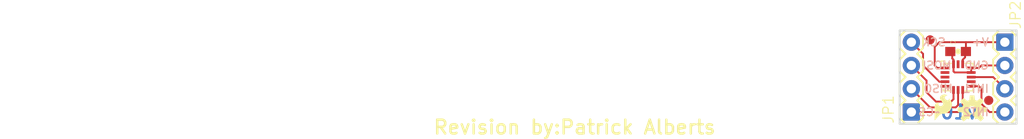
<source format=kicad_pcb>
(kicad_pcb (version 20211014) (generator pcbnew)
  (layers (0 "F.Cu" signal) (31 "B.Cu" signal) (34 "B.Paste" user) (35 "F.Paste" user) (36 "B.SilkS" user "B.Silkscreen") (37 "F.SilkS" user "F.Silkscreen") (38 "B.Mask" user) (39 "F.Mask" user) (44 "Edge.Cuts" user))
  (net 0 "")
  (net 1 "N$1")
  (net 2 "N$2")
  (net 3 "N$3")
  (net 4 "N$4")
  (net 5 "3.3V")
  (net 6 "N$7")
  (net 7 "N$8")
  (net 8 "GND")
  (footprint "boardEagle:0603-CAP" (layer "F.Cu") (at 148.5011 102.2096)
    (fp_text reference "C1" (at -0.889 -0.762) (layer "F.SilkS") (effects (font (size 0.373888 0.373888) (thickness 0.032512)) (justify left bottom)))
    (fp_text value ".1uF")
    (fp_line (start 0 -0.0305) (end 0 0.0305) (layer "F.SilkS") (width 0.5588))
    (pad "1" smd rect (at -0.85 0) (size 1.1 1) (layers "F.Cu" "F.Paste" "F.Mask") (net 8 "GND"))
    (pad "2" smd rect (at 0.85 0) (size 1.1 1) (layers "F.Cu" "F.Paste" "F.Mask") (net 5 "3.3V"))
  )
  (footprint "boardEagle:SFE-LOGO-FLAME" (layer "F.Cu") (at 145.9611 109.7026)
    (fp_text reference "JP3" hide)
    (fp_text value "LOGO-SFESK" hide)
    (fp_poly (pts (xy 1.126002 -2.808203) (xy 1.215449 -2.785829) (xy 1.228477 -2.780783) (xy 1.240149 -2.774875) (xy 1.25686 -2.766576) (xy 1.275552 -2.759834) (xy 1.371694 -2.7026) (xy 1.3793 -2.7026) (xy 1.3793 -2.6772) (xy 1.306833 -2.6772) (xy 1.208418 -2.657914) (xy 1.074855 -2.495286) (xy 1.079365 -2.436825) (xy 1.12809 -2.341869) (xy 1.204666 -2.265196) (xy 1.294069 -2.200638) (xy 1.369348 -2.168824) (xy 1.450737 -2.171632) (xy 1.458864 -2.174186) (xy 1.466257 -2.177389) (xy 1.530514 -2.236956) (xy 1.5368 -2.259812) (xy 1.5368 -2.377938) (xy 1.763707 -2.148127) (xy 1.868186 -1.856841) (xy 1.871603 -1.856894) (xy 1.87806 -1.650435) (xy 1.848857 -1.45742) (xy 1.785308 -1.272842) (xy 1.6663 -1.061578) (xy 1.6663 -1.080581) (xy 1.378131 -0.80901) (xy 0.982239 -0.6985) (xy 0.753005 -0.6985) (xy 0.716201 -0.692046) (xy 0.681776 -0.679592) (xy 0.496322 -0.541784) (xy -0.0126 0.03091) (xy -0.0126 -1.52077) (xy 0.060004 -1.761967) (xy 0.168295 -1.865489) (xy 0.307122 -1.917522) (xy 0.4039 -1.925089) (xy 0.499384 -1.917623) (xy 0.55991 -1.908099) (xy 0.557788 -1.884433) (xy 0.522216 -1.885242) (xy 0.501784 -1.876141) (xy 0.420519 -1.817154) (xy 0.400722 -1.79067) (xy 0.390395 -1.7285) (xy 0.400905 -1.665229) (xy 0.421405 -1.625174) (xy 0.452343 -1.592685) (xy 0.546535 -1.54355) (xy 0.652229 -1.531742) (xy 0.742768 -1.550084) (xy 0.82422 -1.589656) (xy 0.92203 -1.754659) (xy 0.907706 -1.848844) (xy 0.850914 -1.930401) (xy 0.584707 -2.263237) (xy 0.561667 -2.510855) (xy 0.627495 -2.621556) (xy 0.629042 -2.623103) (xy 0.778901 -2.74712) (xy 1.032676 -2.817064)) (layer "F.SilkS") (width 0) (fill solid))
  )
  (footprint "boardEagle:OSHW-LOGO-S" (layer "F.Cu") (at 150.0251 108.5596)
    (fp_text reference "U$1" hide)
    (fp_text value "OSHW-LOGOS" hide)
    (fp_poly (pts (xy 0.301647 -1.061351) (xy 0.42347 -1.022344) (xy 0.537177 -0.963769) (xy 0.92862 -1.282946) (xy 1.282946 -0.92862) (xy 0.961035 -0.533823) (xy 1.057046 -0.302084) (xy 1.5638 -0.250561) (xy 1.5638 0.250561) (xy 1.057046 0.302084) (xy 0.961035 0.533823) (xy 1.282946 0.92862) (xy 0.92862 1.282946) (xy 0.537177 0.96377) (xy 0.356601 1.056794) (xy 0.088679 0.410073) (xy 0.326262 0.2176) (xy 0.373649 0.121468) (xy 0.392729 0.010339) (xy 0.379464 -0.101634) (xy 0.334947 -0.205229) (xy 0.262842 -0.291918) (xy 0.169087 -0.354561) (xy 0.061406 -0.387999) (xy -0.051342 -0.38948) (xy -0.159868 -0.358881) (xy -0.255234 -0.298724) (xy -0.329589 -0.213962) (xy -0.376813 -0.111569) (xy -0.392176 -0.005767) (xy -0.322923 0.222565) (xy -0.249312 0.303773) (xy 0.091677 0.5081) (xy -0.12929 0.5081) (xy -0.355332 1.053732) (xy -0.506597 0.983577) (xy -0.538922 0.965192) (xy -0.92862 1.282946) (xy -1.282946 0.92862) (xy -0.961035 0.533823) (xy -1.057046 0.302084) (xy -1.5638 0.250561) (xy -1.5638 -0.250561) (xy -1.057046 -0.302084) (xy -0.961035 -0.533823) (xy -1.282946 -0.92862) (xy -0.92862 -1.282946) (xy -0.533823 -0.961035) (xy -0.302084 -1.057046) (xy -0.250561 -1.5638) (xy 0.250561 -1.5638)) (layer "F.SilkS") (width 0) (fill solid))
  )
  (footprint "boardEagle:1X04" (layer "F.Cu") (at 153.5811 101.1936 -90)
    (fp_text reference "JP2" (at -1.3462 -1.8288 -90) (layer "F.SilkS") (effects (font (size 1.143 1.143) (thickness 0.127)) (justify left bottom)))
    (fp_text value "")
    (fp_line (start 5.715 -1.27) (end 6.35 -0.635) (layer "F.SilkS") (width 0.2032))
    (fp_line (start 8.89 -0.635) (end 8.89 0.635) (layer "F.SilkS") (width 0.2032))
    (fp_line (start 1.27 0.635) (end 0.635 1.27) (layer "F.SilkS") (width 0.2032))
    (fp_line (start 0.635 1.27) (end -0.635 1.27) (layer "F.SilkS") (width 0.2032))
    (fp_line (start 5.715 1.27) (end 4.445 1.27) (layer "F.SilkS") (width 0.2032))
    (fp_line (start 6.985 -1.27) (end 6.35 -0.635) (layer "F.SilkS") (width 0.2032))
    (fp_line (start 4.445 -1.27) (end 5.715 -1.27) (layer "F.SilkS") (width 0.2032))
    (fp_line (start 0.635 -1.27) (end 1.27 -0.635) (layer "F.SilkS") (width 0.2032))
    (fp_line (start 8.89 0.635) (end 8.255 1.27) (layer "F.SilkS") (width 0.2032))
    (fp_line (start 6.35 0.635) (end 5.715 1.27) (layer "F.SilkS") (width 0.2032))
    (fp_line (start 6.35 0.635) (end 6.985 1.27) (layer "F.SilkS") (width 0.2032))
    (fp_line (start 4.445 1.27) (end 3.81 0.635) (layer "F.SilkS") (width 0.2032))
    (fp_line (start 8.255 -1.27) (end 8.89 -0.635) (layer "F.SilkS") (width 0.2032))
    (fp_line (start -0.635 -1.27) (end 0.635 -1.27) (layer "F.SilkS") (width 0.2032))
    (fp_line (start -1.27 0.635) (end -0.635 1.27) (layer "F.SilkS") (width 0.2032))
    (fp_line (start 6.985 -1.27) (end 8.255 -1.27) (layer "F.SilkS") (width 0.2032))
    (fp_line (start -1.27 -0.635) (end -1.27 0.635) (layer "F.SilkS") (width 0.2032))
    (fp_line (start -0.635 -1.27) (end -1.27 -0.635) (layer "F.SilkS") (width 0.2032))
    (fp_line (start 1.905 1.27) (end 1.27 0.635) (layer "F.SilkS") (width 0.2032))
    (fp_line (start 1.27 -0.635) (end 1.905 -1.27) (layer "F.SilkS") (width 0.2032))
    (fp_line (start 8.255 1.27) (end 6.985 1.27) (layer "F.SilkS") (width 0.2032))
    (fp_line (start 3.175 -1.27) (end 3.81 -0.635) (layer "F.SilkS") (width 0.2032))
    (fp_line (start 3.81 -0.635) (end 4.445 -1.27) (layer "F.SilkS") (width 0.2032))
    (fp_line (start 3.175 1.27) (end 1.905 1.27) (layer "F.SilkS") (width 0.2032))
    (fp_line (start 3.81 0.635) (end 3.175 1.27) (layer "F.SilkS") (width 0.2032))
    (fp_line (start 1.905 -1.27) (end 3.175 -1.27) (layer "F.SilkS") (width 0.2032))
    (pad "1" thru_hole rect (at 0 0) (size 1.8796 1.8796) (drill 1.016) (layers *.Cu *.Mask) (net 5 "3.3V"))
    (pad "2" thru_hole circle (at 2.54 0) (size 1.8796 1.8796) (drill 1.016) (layers *.Cu *.Mask) (net 8 "GND"))
    (pad "3" thru_hole circle (at 5.08 0) (size 1.8796 1.8796) (drill 1.016) (layers *.Cu *.Mask) (net 6 "N$7"))
    (pad "4" thru_hole circle (at 7.62 0) (size 1.8796 1.8796) (drill 1.016) (layers *.Cu *.Mask) (net 7 "N$8"))
  )
  (footprint "boardEagle:1X04" (layer "F.Cu") (at 143.4211 108.8136 90)
    (fp_text reference "JP1" (at -1.3462 -1.8288 90) (layer "F.SilkS") (effects (font (size 1.143 1.143) (thickness 0.127)) (justify left bottom)))
    (fp_text value "")
    (fp_line (start 1.27 -0.635) (end 1.905 -1.27) (layer "F.SilkS") (width 0.2032))
    (fp_line (start 1.905 -1.27) (end 3.175 -1.27) (layer "F.SilkS") (width 0.2032))
    (fp_line (start 6.35 0.635) (end 6.985 1.27) (layer "F.SilkS") (width 0.2032))
    (fp_line (start -0.635 -1.27) (end -1.27 -0.635) (layer "F.SilkS") (width 0.2032))
    (fp_line (start 8.255 -1.27) (end 8.89 -0.635) (layer "F.SilkS") (width 0.2032))
    (fp_line (start 4.445 -1.27) (end 5.715 -1.27) (layer "F.SilkS") (width 0.2032))
    (fp_line (start 1.27 0.635) (end 0.635 1.27) (layer "F.SilkS") (width 0.2032))
    (fp_line (start -0.635 -1.27) (end 0.635 -1.27) (layer "F.SilkS") (width 0.2032))
    (fp_line (start 0.635 -1.27) (end 1.27 -0.635) (layer "F.SilkS") (width 0.2032))
    (fp_line (start 1.905 1.27) (end 1.27 0.635) (layer "F.SilkS") (width 0.2032))
    (fp_line (start 5.715 1.27) (end 4.445 1.27) (layer "F.SilkS") (width 0.2032))
    (fp_line (start 8.89 0.635) (end 8.255 1.27) (layer "F.SilkS") (width 0.2032))
    (fp_line (start 0.635 1.27) (end -0.635 1.27) (layer "F.SilkS") (width 0.2032))
    (fp_line (start 4.445 1.27) (end 3.81 0.635) (layer "F.SilkS") (width 0.2032))
    (fp_line (start 6.985 -1.27) (end 8.255 -1.27) (layer "F.SilkS") (width 0.2032))
    (fp_line (start -1.27 0.635) (end -0.635 1.27) (layer "F.SilkS") (width 0.2032))
    (fp_line (start 3.175 1.27) (end 1.905 1.27) (layer "F.SilkS") (width 0.2032))
    (fp_line (start 3.175 -1.27) (end 3.81 -0.635) (layer "F.SilkS") (width 0.2032))
    (fp_line (start 6.35 0.635) (end 5.715 1.27) (layer "F.SilkS") (width 0.2032))
    (fp_line (start 6.985 -1.27) (end 6.35 -0.635) (layer "F.SilkS") (width 0.2032))
    (fp_line (start 3.81 -0.635) (end 4.445 -1.27) (layer "F.SilkS") (width 0.2032))
    (fp_line (start -1.27 -0.635) (end -1.27 0.635) (layer "F.SilkS") (width 0.2032))
    (fp_line (start 3.81 0.635) (end 3.175 1.27) (layer "F.SilkS") (width 0.2032))
    (fp_line (start 8.255 1.27) (end 6.985 1.27) (layer "F.SilkS") (width 0.2032))
    (fp_line (start 5.715 -1.27) (end 6.35 -0.635) (layer "F.SilkS") (width 0.2032))
    (fp_line (start 8.89 -0.635) (end 8.89 0.635) (layer "F.SilkS") (width 0.2032))
    (pad "1" thru_hole rect (at 0 0 180) (size 1.8796 1.8796) (drill 1.016) (layers *.Cu *.Mask) (net 4 "N$4"))
    (pad "2" thru_hole circle (at 2.54 0 180) (size 1.8796 1.8796) (drill 1.016) (layers *.Cu *.Mask) (net 3 "N$3"))
    (pad "3" thru_hole circle (at 5.08 0 180) (size 1.8796 1.8796) (drill 1.016) (layers *.Cu *.Mask) (net 2 "N$2"))
    (pad "4" thru_hole circle (at 7.62 0 180) (size 1.8796 1.8796) (drill 1.016) (layers *.Cu *.Mask) (net 1 "N$1"))
  )
  (footprint "boardEagle:CREATIVE_COMMONS" (layer "F.Cu") (at 64.6811 108.8136)
    (fp_text reference "FRAME1" hide)
    (fp_text value "FRAME-LETTER" hide)
  )
  (footprint "boardEagle:FIDUCIAL-1X2" (layer "F.Cu") (at 145.4531 100.9396)
    (fp_text reference "FID1" hide)
    (fp_text value "FIDUCIAL1X2" hide)
    (pad "1" smd roundrect (at 0 0) (size 1 1) (layers "F.Cu" "F.Mask") (roundrect_rratio 0.5))
  )
  (footprint "boardEagle:FIDUCIAL-1X2" (layer "F.Cu") (at 151.8285 107.5436)
    (fp_text reference "FID2" hide)
    (fp_text value "FIDUCIAL1X2" hide)
    (pad "1" smd roundrect (at 0 0) (size 1 1) (layers "F.Cu" "F.Mask") (roundrect_rratio 0.5))
  )
  (footprint "boardEagle:ADXL362-1_1" (layer "F.Cu") (at 148.5011 105.0036)
    (fp_text reference "U1" hide)
    (fp_text value "" hide)
    (fp_line (start -0.75 -1.5) (end -1.6 -1.5) (layer "F.SilkS") (width 0.127))
    (fp_line (start 0.75 1.5) (end 1.6 1.5) (layer "F.SilkS") (width 0.127))
    (fp_line (start -1.6 1.5) (end -1.6 1.25) (layer "F.SilkS") (width 0.127))
    (fp_line (start 0.75 -1.5) (end 1.6 -1.5) (layer "F.SilkS") (width 0.127))
    (fp_line (start 1.6 -1.5) (end 1.6 -1.25) (layer "F.SilkS") (width 0.127))
    (fp_line (start -0.75 1.5) (end -1.6 1.5) (layer "F.SilkS") (width 0.127))
    (fp_line (start -1.6 -1.5) (end -1.6 -1.25) (layer "F.SilkS") (width 0.127))
    (fp_line (start 1.6 1.5) (end 1.6 1.25) (layer "F.SilkS") (width 0.127))
    (fp_line (start -1.85 -1.75) (end -1.4 -1.75) (layer "F.SilkS") (width 0.127))
    (fp_line (start -1.85 -1.25) (end -1.85 -1.75) (layer "F.SilkS") (width 0.127))
    (pad "P$1" smd rect (at -1.4262 -1) (size 0.9524 0.3) (layers "F.Cu" "F.Paste" "F.Mask") (net 5 "3.3V"))
    (pad "P$2" smd rect (at -1.4262 -0.5) (size 0.9524 0.3) (layers "F.Cu" "F.Paste" "F.Mask"))
    (pad "P$3" smd rect (at -1.4262 0) (size 0.9524 0.3) (layers "F.Cu" "F.Paste" "F.Mask"))
    (pad "P$4" smd rect (at -1.4262 0.5) (size 0.9524 0.3) (layers "F.Cu" "F.Paste" "F.Mask") (net 1 "N$1"))
    (pad "P$5" smd rect (at -1.4262 1) (size 0.9524 0.3) (layers "F.Cu" "F.Paste" "F.Mask"))
    (pad "P$6" smd rect (at -0.5 1.402 90) (size 0.8508 0.3) (layers "F.Cu" "F.Paste" "F.Mask") (net 2 "N$2"))
    (pad "P$7" smd rect (at 0 1.402 90) (size 0.8508 0.3) (layers "F.Cu" "F.Paste" "F.Mask") (net 3 "N$3"))
    (pad "P$8" smd rect (at 0.5 1.402 90) (size 0.8508 0.3) (layers "F.Cu" "F.Paste" "F.Mask") (net 4 "N$4"))
    (pad "P$9" smd rect (at 1.4262 1) (size 0.9524 0.3) (layers "F.Cu" "F.Paste" "F.Mask") (net 7 "N$8"))
    (pad "P$10" smd rect (at 1.4262 0.5) (size 0.9524 0.3) (layers "F.Cu" "F.Paste" "F.Mask"))
    (pad "P$11" smd rect (at 1.4262 0) (size 0.9524 0.3) (layers "F.Cu" "F.Paste" "F.Mask") (net 6 "N$7"))
    (pad "P$12" smd rect (at 1.4262 -0.5) (size 0.9524 0.3) (layers "F.Cu" "F.Paste" "F.Mask") (net 8 "GND"))
    (pad "P$13" smd rect (at 1.4262 -1) (size 0.9524 0.3) (layers "F.Cu" "F.Paste" "F.Mask") (net 8 "GND"))
    (pad "P$14" smd rect (at 0.5 -1.402 90) (size 0.8508 0.3) (layers "F.Cu" "F.Paste" "F.Mask") (net 5 "3.3V"))
    (pad "P$15" smd rect (at 0 -1.402 90) (size 0.8508 0.3) (layers "F.Cu" "F.Paste" "F.Mask"))
    (pad "P$16" smd rect (at -0.5 -1.402 90) (size 0.8508 0.3) (layers "F.Cu" "F.Paste" "F.Mask") (net 8 "GND"))
  )
  (gr_line (start 154.8511 99.9236) (end 142.1511 99.9236) (layer "Edge.Cuts") (width 0.2032))
  (gr_line (start 154.8511 110.0836) (end 154.8511 99.9236) (layer "Edge.Cuts") (width 0.2032))
  (gr_line (start 142.1511 99.9236) (end 142.1511 110.0836) (layer "Edge.Cuts") (width 0.2032))
  (gr_line (start 142.1511 110.0836) (end 154.8511 110.0836) (layer "Edge.Cuts") (width 0.2032))
  (gr_text "v10" (at 150.7871 109.7026) (layer "B.Cu") (effects (font (size 1.5113 1.5113) (thickness 0.2667)) (justify left bottom mirror)))
  (gr_text "SCK" (at 147.2311 101.7016) (layer "B.SilkS") (effects (font (size 0.8636 0.8636) (thickness 0.1524)) (justify left bottom mirror)))
  (gr_text "~CS" (at 146.5961 109.3216) (layer "B.SilkS") (effects (font (size 0.8636 0.8636) (thickness 0.1524)) (justify left bottom mirror)))
  (gr_text "INT1" (at 151.9301 106.7816) (layer "B.SilkS") (effects (font (size 0.8636 0.8636) (thickness 0.1524)) (justify left bottom mirror)))
  (gr_text "MOSI" (at 147.8661 104.2416) (layer "B.SilkS") (effects (font (size 0.8636 0.8636) (thickness 0.1524)) (justify left bottom mirror)))
  (gr_text "INT2" (at 151.9301 109.3216) (layer "B.SilkS") (effects (font (size 0.8636 0.8636) (thickness 0.1524)) (justify left bottom mirror)))
  (gr_text "V+" (at 151.9301 101.7016) (layer "B.SilkS") (effects (font (size 0.8636 0.8636) (thickness 0.1524)) (justify left bottom mirror)))
  (gr_text "GND" (at 151.9301 104.2416) (layer "B.SilkS") (effects (font (size 0.8636 0.8636) (thickness 0.1524)) (justify left bottom mirror)))
  (gr_text "MISO" (at 147.9931 106.7816) (layer "B.SilkS") (effects (font (size 0.8636 0.8636) (thickness 0.1524)) (justify left bottom mirror)))
  (gr_text "Revision by:Patrick Alberts" (at 91.3511 111.3536) (layer "F.SilkS") (effects (font (size 1.5113 1.5113) (thickness 0.2667)) (justify left bottom)))
  (segment (start 144.6911 102.4636) (end 143.4211 101.1936) (width 0.2032) (layer "F.Cu") (net 1))
  (segment (start 144.6911 103.7336) (end 144.6911 102.4636) (width 0.2032) (layer "F.Cu") (net 1))
  (segment (start 147.0749 105.5036) (end 146.4611 105.5036) (width 0.2032) (layer "F.Cu") (net 1))
  (segment (start 146.4611 105.5036) (end 144.6911 103.7336) (width 0.2032) (layer "F.Cu") (net 1))
  (segment (start 145.0721 106.6546) (end 145.0721 105.3846) (width 0.2032) (layer "F.Cu") (net 2))
  (segment (start 147.7391 107.6706) (end 146.0881 107.6706) (width 0.2032) (layer "F.Cu") (net 2))
  (segment (start 148.0011 106.4056) (end 148.0011 107.4086) (width 0.2032) (layer "F.Cu") (net 2))
  (segment (start 146.0881 107.6706) (end 145.0721 106.6546) (width 0.2032) (layer "F.Cu") (net 2))
  (segment (start 145.0721 105.3846) (end 143.4211 103.7336) (width 0.2032) (layer "F.Cu") (net 2))
  (segment (start 148.0011 107.4086) (end 147.7391 107.6706) (width 0.2032) (layer "F.Cu") (net 2))
  (segment (start 145.4531 108.3056) (end 143.4211 106.2736) (width 0.2032) (layer "F.Cu") (net 3))
  (segment (start 148.5011 108.0516) (end 148.2471 108.3056) (width 0.2032) (layer "F.Cu") (net 3))
  (segment (start 148.2471 108.3056) (end 145.4531 108.3056) (width 0.2032) (layer "F.Cu") (net 3))
  (segment (start 148.5011 106.4056) (end 148.5011 108.0516) (width 0.2032) (layer "F.Cu") (net 3))
  (segment (start 148.5011 108.8136) (end 143.4211 108.8136) (width 0.2032) (layer "F.Cu") (net 4))
  (segment (start 149.0011 108.3136) (end 148.5011 108.8136) (width 0.2032) (layer "F.Cu") (net 4))
  (segment (start 149.0011 106.4056) (end 149.0011 108.3136) (width 0.2032) (layer "F.Cu") (net 4))
  (segment (start 149.2631 102.2976) (end 149.3511 102.2096) (width 0.2032) (layer "F.Cu") (net 5))
  (segment (start 146.2311 104.0036) (end 145.9611 103.7336) (width 0.2032) (layer "F.Cu") (net 5))
  (segment (start 149.3511 101.1936) (end 153.5811 101.1936) (width 0.2032) (layer "F.Cu") (net 5))
  (segment (start 145.9611 101.7016) (end 146.4691 101.1936) (width 0.2032) (layer "F.Cu") (net 5))
  (segment (start 149.0011 103.1066) (end 149.2631 102.8446) (width 0.2032) (layer "F.Cu") (net 5))
  (segment (start 149.2631 102.8446) (end 149.2631 102.2976) (width 0.2032) (layer "F.Cu") (net 5))
  (segment (start 145.9611 103.7336) (end 145.9611 101.7016) (width 0.2032) (layer "F.Cu") (net 5))
  (segment (start 147.0749 104.0036) (end 146.2311 104.0036) (width 0.2032) (layer "F.Cu") (net 5))
  (segment (start 149.3511 102.2096) (end 149.3511 101.1936) (width 0.2032) (layer "F.Cu") (net 5))
  (segment (start 149.0011 103.6016) (end 149.0011 103.1066) (width 0.2032) (layer "F.Cu") (net 5))
  (segment (start 146.4691 101.1936) (end 149.3511 101.1936) (width 0.2032) (layer "F.Cu") (net 5))
  (segment (start 149.9273 105.0036) (end 152.3111 105.0036) (width 0.2032) (layer "F.Cu") (net 6))
  (segment (start 152.3111 105.0036) (end 153.5811 106.2736) (width 0.2032) (layer "F.Cu") (net 6))
  (segment (start 151.0411 106.2736) (end 151.0411 107.9246) (width 0.2032) (layer "F.Cu") (net 7))
  (segment (start 151.0411 107.9246) (end 151.9301 108.8136) (width 0.2032) (layer "F.Cu") (net 7))
  (segment (start 151.9301 108.8136) (end 153.5811 108.8136) (width 0.2032) (layer "F.Cu") (net 7))
  (segment (start 150.7711 106.0036) (end 151.0411 106.2736) (width 0.2032) (layer "F.Cu") (net 7))
  (segment (start 149.9273 106.0036) (end 150.7711 106.0036) (width 0.2032) (layer "F.Cu") (net 7))
  (segment (start 150.7711 104.0036) (end 151.0411 103.7336) (width 0.2032) (layer "F.Cu") (net 8))
  (segment (start 147.8661 102.4246) (end 147.6511 102.2096) (width 0.2032) (layer "F.Cu") (net 8))
  (segment (start 147.8661 102.9716) (end 147.8661 102.4246) (width 0.2032) (layer "F.Cu") (net 8))
  (segment (start 151.0411 103.7336) (end 153.5811 103.7336) (width 0.2032) (layer "F.Cu") (net 8))
  (segment (start 149.9273 104.0036) (end 150.7711 104.0036) (width 0.2032) (layer "F.Cu") (net 8))
  (segment (start 148.0011 104.3766) (end 148.1201 104.4956) (width 0.2032) (layer "F.Cu") (net 8))
  (segment (start 148.1201 104.4956) (end 149.9193 104.4956) (width 0.2032) (layer "F.Cu") (net 8))
  (segment (start 148.0011 103.6016) (end 148.0011 104.3766) (width 0.2032) (layer "F.Cu") (net 8))
  (segment (start 149.9273 104.0036) (end 149.9273 104.5036) (width 0.2032) (layer "F.Cu") (net 8))
  (segment (start 148.0011 103.1066) (end 147.8661 102.9716) (width 0.2032) (layer "F.Cu") (net 8))
  (segment (start 148.0011 103.6016) (end 148.0011 103.1066) (width 0.2032) (layer "F.Cu") (net 8))
  (segment (start 149.9193 104.4956) (end 149.9273 104.5036) (width 0.2032) (layer "F.Cu") (net 8))
)
</source>
